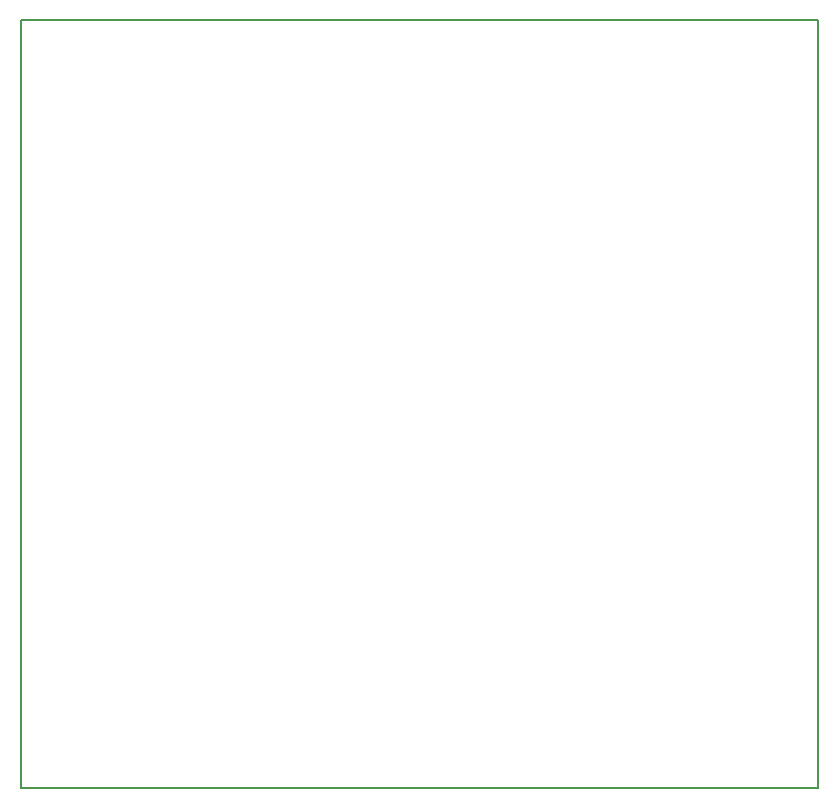
<source format=gbr>
G04 PROTEUS RS274X GERBER FILE*
%FSLAX45Y45*%
%MOMM*%
G01*
%ADD16C,0.203200*%
D16*
X-3250000Y-2750000D02*
X+3500000Y-2750000D01*
X+3500000Y+3750000D01*
X-3250000Y+3750000D01*
X-3250000Y-2750000D01*
M02*

</source>
